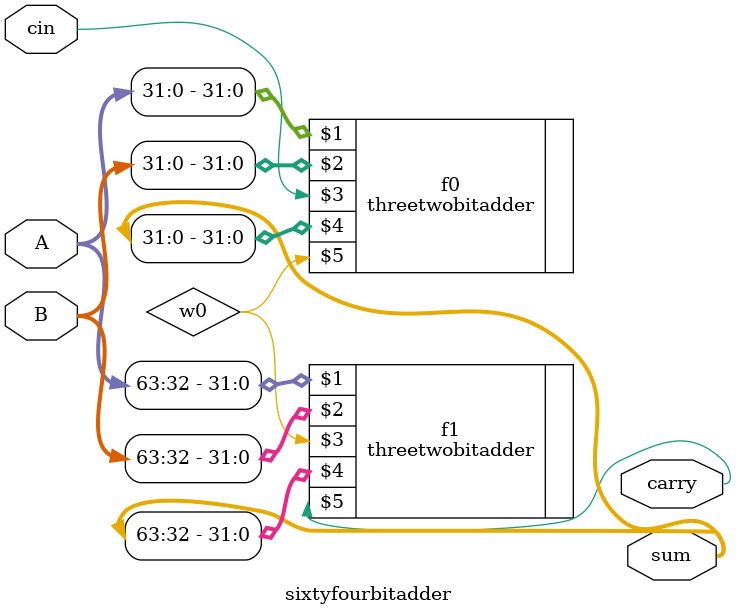
<source format=v>
`include "threetwobitadder.v"

module sixtyfourbitadder(A,B,cin,sum,carry);
	input [63:0]A,B;
	output [63:0]sum;
	input cin;
	output carry;
	wire w0;
	threetwobitadder f0(A[31:0],B[31:0],cin,sum[31:0],w0);
	threetwobitadder f1(A[63:32],B[63:32],w0,sum[63:32],carry);
endmodule
</source>
